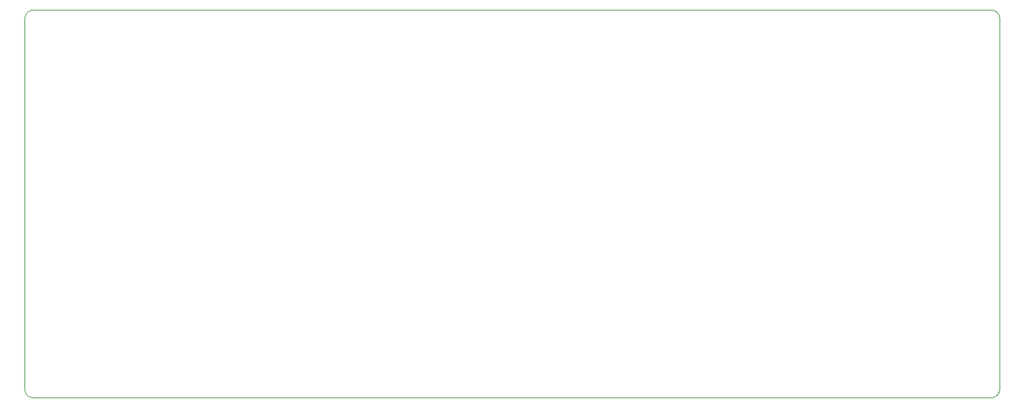
<source format=gm1>
%TF.GenerationSoftware,KiCad,Pcbnew,8.0.3-8.0.3-0~ubuntu22.04.1*%
%TF.CreationDate,2024-06-05T11:38:55+02:00*%
%TF.ProjectId,Drawer_Controller_v4,44726177-6572-45f4-936f-6e74726f6c6c,rev?*%
%TF.SameCoordinates,Original*%
%TF.FileFunction,Profile,NP*%
%FSLAX46Y46*%
G04 Gerber Fmt 4.6, Leading zero omitted, Abs format (unit mm)*
G04 Created by KiCad (PCBNEW 8.0.3-8.0.3-0~ubuntu22.04.1) date 2024-06-05 11:38:55*
%MOMM*%
%LPD*%
G01*
G04 APERTURE LIST*
%TA.AperFunction,Profile*%
%ADD10C,0.100000*%
%TD*%
G04 APERTURE END LIST*
D10*
X101000000Y-100000000D02*
X217000000Y-100000000D01*
X100000000Y-101000000D02*
G75*
G02*
X101000000Y-100000000I1000000J0D01*
G01*
X217000000Y-100000000D02*
G75*
G02*
X218000000Y-101000000I0J-1000000D01*
G01*
X218000000Y-101000000D02*
X218000000Y-146000000D01*
X100000000Y-101000000D02*
X100000000Y-146000000D01*
X218000000Y-146000000D02*
G75*
G02*
X217000000Y-147000000I-1000000J0D01*
G01*
X101000000Y-147000000D02*
X217000000Y-147000000D01*
X101000000Y-147000000D02*
G75*
G02*
X100000000Y-146000000I0J1000000D01*
G01*
M02*

</source>
